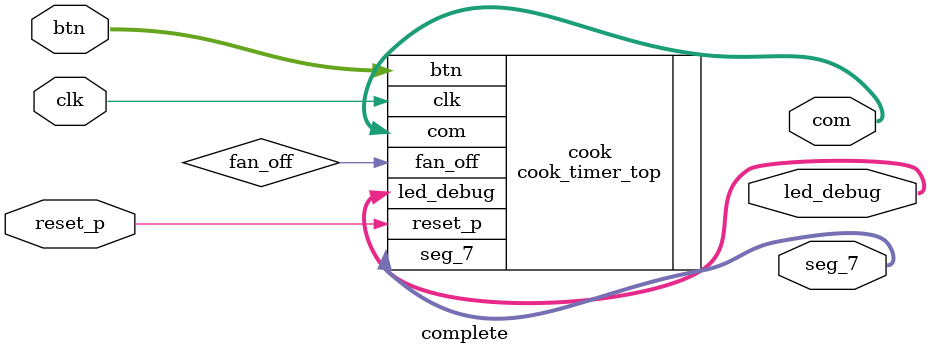
<source format=v>
`timescale 1ns / 1ps

module complete(
    input clk, reset_p,
    input [3:0] btn,
    output [3:0] com,
    output [7:0] seg_7,
    output [15:0] led_debug);

    wire fan_off;

    cook_timer_top cook(
        .clk(clk), .reset_p(reset_p), .btn(btn[3:0]),
        .com(com), .seg_7(seg_7), .led_debug(led_debug), .fan_off(fan_off));
endmodule
</source>
